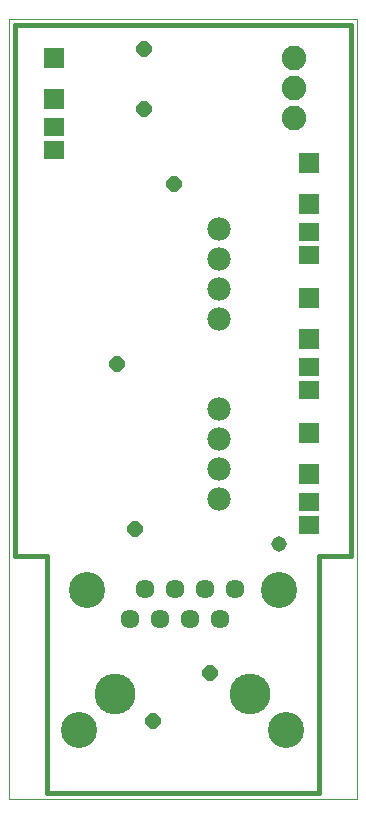
<source format=gts>
G75*
%MOIN*%
%OFA0B0*%
%FSLAX25Y25*%
%IPPOS*%
%LPD*%
%AMOC8*
5,1,8,0,0,1.08239X$1,22.5*
%
%ADD10C,0.00000*%
%ADD11C,0.01600*%
%ADD12C,0.07800*%
%ADD13C,0.06343*%
%ADD14C,0.12020*%
%ADD15C,0.13600*%
%ADD16C,0.08200*%
%ADD17R,0.06706X0.06706*%
%ADD18R,0.07099X0.05918*%
%ADD19C,0.05156*%
%ADD20OC8,0.05156*%
D10*
X0001000Y0001000D02*
X0117142Y0001000D01*
X0117142Y0260843D01*
X0001000Y0260843D01*
X0001000Y0001000D01*
X0030100Y0036000D02*
X0030102Y0036160D01*
X0030108Y0036319D01*
X0030118Y0036478D01*
X0030132Y0036637D01*
X0030150Y0036796D01*
X0030171Y0036954D01*
X0030197Y0037111D01*
X0030227Y0037268D01*
X0030260Y0037424D01*
X0030298Y0037579D01*
X0030339Y0037733D01*
X0030384Y0037886D01*
X0030433Y0038038D01*
X0030486Y0038189D01*
X0030542Y0038338D01*
X0030603Y0038486D01*
X0030666Y0038632D01*
X0030734Y0038777D01*
X0030805Y0038920D01*
X0030879Y0039061D01*
X0030957Y0039200D01*
X0031039Y0039337D01*
X0031124Y0039472D01*
X0031212Y0039605D01*
X0031304Y0039736D01*
X0031398Y0039864D01*
X0031496Y0039990D01*
X0031597Y0040114D01*
X0031701Y0040235D01*
X0031808Y0040353D01*
X0031918Y0040469D01*
X0032031Y0040582D01*
X0032147Y0040692D01*
X0032265Y0040799D01*
X0032386Y0040903D01*
X0032510Y0041004D01*
X0032636Y0041102D01*
X0032764Y0041196D01*
X0032895Y0041288D01*
X0033028Y0041376D01*
X0033163Y0041461D01*
X0033300Y0041543D01*
X0033439Y0041621D01*
X0033580Y0041695D01*
X0033723Y0041766D01*
X0033868Y0041834D01*
X0034014Y0041897D01*
X0034162Y0041958D01*
X0034311Y0042014D01*
X0034462Y0042067D01*
X0034614Y0042116D01*
X0034767Y0042161D01*
X0034921Y0042202D01*
X0035076Y0042240D01*
X0035232Y0042273D01*
X0035389Y0042303D01*
X0035546Y0042329D01*
X0035704Y0042350D01*
X0035863Y0042368D01*
X0036022Y0042382D01*
X0036181Y0042392D01*
X0036340Y0042398D01*
X0036500Y0042400D01*
X0036660Y0042398D01*
X0036819Y0042392D01*
X0036978Y0042382D01*
X0037137Y0042368D01*
X0037296Y0042350D01*
X0037454Y0042329D01*
X0037611Y0042303D01*
X0037768Y0042273D01*
X0037924Y0042240D01*
X0038079Y0042202D01*
X0038233Y0042161D01*
X0038386Y0042116D01*
X0038538Y0042067D01*
X0038689Y0042014D01*
X0038838Y0041958D01*
X0038986Y0041897D01*
X0039132Y0041834D01*
X0039277Y0041766D01*
X0039420Y0041695D01*
X0039561Y0041621D01*
X0039700Y0041543D01*
X0039837Y0041461D01*
X0039972Y0041376D01*
X0040105Y0041288D01*
X0040236Y0041196D01*
X0040364Y0041102D01*
X0040490Y0041004D01*
X0040614Y0040903D01*
X0040735Y0040799D01*
X0040853Y0040692D01*
X0040969Y0040582D01*
X0041082Y0040469D01*
X0041192Y0040353D01*
X0041299Y0040235D01*
X0041403Y0040114D01*
X0041504Y0039990D01*
X0041602Y0039864D01*
X0041696Y0039736D01*
X0041788Y0039605D01*
X0041876Y0039472D01*
X0041961Y0039337D01*
X0042043Y0039200D01*
X0042121Y0039061D01*
X0042195Y0038920D01*
X0042266Y0038777D01*
X0042334Y0038632D01*
X0042397Y0038486D01*
X0042458Y0038338D01*
X0042514Y0038189D01*
X0042567Y0038038D01*
X0042616Y0037886D01*
X0042661Y0037733D01*
X0042702Y0037579D01*
X0042740Y0037424D01*
X0042773Y0037268D01*
X0042803Y0037111D01*
X0042829Y0036954D01*
X0042850Y0036796D01*
X0042868Y0036637D01*
X0042882Y0036478D01*
X0042892Y0036319D01*
X0042898Y0036160D01*
X0042900Y0036000D01*
X0042898Y0035840D01*
X0042892Y0035681D01*
X0042882Y0035522D01*
X0042868Y0035363D01*
X0042850Y0035204D01*
X0042829Y0035046D01*
X0042803Y0034889D01*
X0042773Y0034732D01*
X0042740Y0034576D01*
X0042702Y0034421D01*
X0042661Y0034267D01*
X0042616Y0034114D01*
X0042567Y0033962D01*
X0042514Y0033811D01*
X0042458Y0033662D01*
X0042397Y0033514D01*
X0042334Y0033368D01*
X0042266Y0033223D01*
X0042195Y0033080D01*
X0042121Y0032939D01*
X0042043Y0032800D01*
X0041961Y0032663D01*
X0041876Y0032528D01*
X0041788Y0032395D01*
X0041696Y0032264D01*
X0041602Y0032136D01*
X0041504Y0032010D01*
X0041403Y0031886D01*
X0041299Y0031765D01*
X0041192Y0031647D01*
X0041082Y0031531D01*
X0040969Y0031418D01*
X0040853Y0031308D01*
X0040735Y0031201D01*
X0040614Y0031097D01*
X0040490Y0030996D01*
X0040364Y0030898D01*
X0040236Y0030804D01*
X0040105Y0030712D01*
X0039972Y0030624D01*
X0039837Y0030539D01*
X0039700Y0030457D01*
X0039561Y0030379D01*
X0039420Y0030305D01*
X0039277Y0030234D01*
X0039132Y0030166D01*
X0038986Y0030103D01*
X0038838Y0030042D01*
X0038689Y0029986D01*
X0038538Y0029933D01*
X0038386Y0029884D01*
X0038233Y0029839D01*
X0038079Y0029798D01*
X0037924Y0029760D01*
X0037768Y0029727D01*
X0037611Y0029697D01*
X0037454Y0029671D01*
X0037296Y0029650D01*
X0037137Y0029632D01*
X0036978Y0029618D01*
X0036819Y0029608D01*
X0036660Y0029602D01*
X0036500Y0029600D01*
X0036340Y0029602D01*
X0036181Y0029608D01*
X0036022Y0029618D01*
X0035863Y0029632D01*
X0035704Y0029650D01*
X0035546Y0029671D01*
X0035389Y0029697D01*
X0035232Y0029727D01*
X0035076Y0029760D01*
X0034921Y0029798D01*
X0034767Y0029839D01*
X0034614Y0029884D01*
X0034462Y0029933D01*
X0034311Y0029986D01*
X0034162Y0030042D01*
X0034014Y0030103D01*
X0033868Y0030166D01*
X0033723Y0030234D01*
X0033580Y0030305D01*
X0033439Y0030379D01*
X0033300Y0030457D01*
X0033163Y0030539D01*
X0033028Y0030624D01*
X0032895Y0030712D01*
X0032764Y0030804D01*
X0032636Y0030898D01*
X0032510Y0030996D01*
X0032386Y0031097D01*
X0032265Y0031201D01*
X0032147Y0031308D01*
X0032031Y0031418D01*
X0031918Y0031531D01*
X0031808Y0031647D01*
X0031701Y0031765D01*
X0031597Y0031886D01*
X0031496Y0032010D01*
X0031398Y0032136D01*
X0031304Y0032264D01*
X0031212Y0032395D01*
X0031124Y0032528D01*
X0031039Y0032663D01*
X0030957Y0032800D01*
X0030879Y0032939D01*
X0030805Y0033080D01*
X0030734Y0033223D01*
X0030666Y0033368D01*
X0030603Y0033514D01*
X0030542Y0033662D01*
X0030486Y0033811D01*
X0030433Y0033962D01*
X0030384Y0034114D01*
X0030339Y0034267D01*
X0030298Y0034421D01*
X0030260Y0034576D01*
X0030227Y0034732D01*
X0030197Y0034889D01*
X0030171Y0035046D01*
X0030150Y0035204D01*
X0030132Y0035363D01*
X0030118Y0035522D01*
X0030108Y0035681D01*
X0030102Y0035840D01*
X0030100Y0036000D01*
X0075100Y0036000D02*
X0075102Y0036160D01*
X0075108Y0036319D01*
X0075118Y0036478D01*
X0075132Y0036637D01*
X0075150Y0036796D01*
X0075171Y0036954D01*
X0075197Y0037111D01*
X0075227Y0037268D01*
X0075260Y0037424D01*
X0075298Y0037579D01*
X0075339Y0037733D01*
X0075384Y0037886D01*
X0075433Y0038038D01*
X0075486Y0038189D01*
X0075542Y0038338D01*
X0075603Y0038486D01*
X0075666Y0038632D01*
X0075734Y0038777D01*
X0075805Y0038920D01*
X0075879Y0039061D01*
X0075957Y0039200D01*
X0076039Y0039337D01*
X0076124Y0039472D01*
X0076212Y0039605D01*
X0076304Y0039736D01*
X0076398Y0039864D01*
X0076496Y0039990D01*
X0076597Y0040114D01*
X0076701Y0040235D01*
X0076808Y0040353D01*
X0076918Y0040469D01*
X0077031Y0040582D01*
X0077147Y0040692D01*
X0077265Y0040799D01*
X0077386Y0040903D01*
X0077510Y0041004D01*
X0077636Y0041102D01*
X0077764Y0041196D01*
X0077895Y0041288D01*
X0078028Y0041376D01*
X0078163Y0041461D01*
X0078300Y0041543D01*
X0078439Y0041621D01*
X0078580Y0041695D01*
X0078723Y0041766D01*
X0078868Y0041834D01*
X0079014Y0041897D01*
X0079162Y0041958D01*
X0079311Y0042014D01*
X0079462Y0042067D01*
X0079614Y0042116D01*
X0079767Y0042161D01*
X0079921Y0042202D01*
X0080076Y0042240D01*
X0080232Y0042273D01*
X0080389Y0042303D01*
X0080546Y0042329D01*
X0080704Y0042350D01*
X0080863Y0042368D01*
X0081022Y0042382D01*
X0081181Y0042392D01*
X0081340Y0042398D01*
X0081500Y0042400D01*
X0081660Y0042398D01*
X0081819Y0042392D01*
X0081978Y0042382D01*
X0082137Y0042368D01*
X0082296Y0042350D01*
X0082454Y0042329D01*
X0082611Y0042303D01*
X0082768Y0042273D01*
X0082924Y0042240D01*
X0083079Y0042202D01*
X0083233Y0042161D01*
X0083386Y0042116D01*
X0083538Y0042067D01*
X0083689Y0042014D01*
X0083838Y0041958D01*
X0083986Y0041897D01*
X0084132Y0041834D01*
X0084277Y0041766D01*
X0084420Y0041695D01*
X0084561Y0041621D01*
X0084700Y0041543D01*
X0084837Y0041461D01*
X0084972Y0041376D01*
X0085105Y0041288D01*
X0085236Y0041196D01*
X0085364Y0041102D01*
X0085490Y0041004D01*
X0085614Y0040903D01*
X0085735Y0040799D01*
X0085853Y0040692D01*
X0085969Y0040582D01*
X0086082Y0040469D01*
X0086192Y0040353D01*
X0086299Y0040235D01*
X0086403Y0040114D01*
X0086504Y0039990D01*
X0086602Y0039864D01*
X0086696Y0039736D01*
X0086788Y0039605D01*
X0086876Y0039472D01*
X0086961Y0039337D01*
X0087043Y0039200D01*
X0087121Y0039061D01*
X0087195Y0038920D01*
X0087266Y0038777D01*
X0087334Y0038632D01*
X0087397Y0038486D01*
X0087458Y0038338D01*
X0087514Y0038189D01*
X0087567Y0038038D01*
X0087616Y0037886D01*
X0087661Y0037733D01*
X0087702Y0037579D01*
X0087740Y0037424D01*
X0087773Y0037268D01*
X0087803Y0037111D01*
X0087829Y0036954D01*
X0087850Y0036796D01*
X0087868Y0036637D01*
X0087882Y0036478D01*
X0087892Y0036319D01*
X0087898Y0036160D01*
X0087900Y0036000D01*
X0087898Y0035840D01*
X0087892Y0035681D01*
X0087882Y0035522D01*
X0087868Y0035363D01*
X0087850Y0035204D01*
X0087829Y0035046D01*
X0087803Y0034889D01*
X0087773Y0034732D01*
X0087740Y0034576D01*
X0087702Y0034421D01*
X0087661Y0034267D01*
X0087616Y0034114D01*
X0087567Y0033962D01*
X0087514Y0033811D01*
X0087458Y0033662D01*
X0087397Y0033514D01*
X0087334Y0033368D01*
X0087266Y0033223D01*
X0087195Y0033080D01*
X0087121Y0032939D01*
X0087043Y0032800D01*
X0086961Y0032663D01*
X0086876Y0032528D01*
X0086788Y0032395D01*
X0086696Y0032264D01*
X0086602Y0032136D01*
X0086504Y0032010D01*
X0086403Y0031886D01*
X0086299Y0031765D01*
X0086192Y0031647D01*
X0086082Y0031531D01*
X0085969Y0031418D01*
X0085853Y0031308D01*
X0085735Y0031201D01*
X0085614Y0031097D01*
X0085490Y0030996D01*
X0085364Y0030898D01*
X0085236Y0030804D01*
X0085105Y0030712D01*
X0084972Y0030624D01*
X0084837Y0030539D01*
X0084700Y0030457D01*
X0084561Y0030379D01*
X0084420Y0030305D01*
X0084277Y0030234D01*
X0084132Y0030166D01*
X0083986Y0030103D01*
X0083838Y0030042D01*
X0083689Y0029986D01*
X0083538Y0029933D01*
X0083386Y0029884D01*
X0083233Y0029839D01*
X0083079Y0029798D01*
X0082924Y0029760D01*
X0082768Y0029727D01*
X0082611Y0029697D01*
X0082454Y0029671D01*
X0082296Y0029650D01*
X0082137Y0029632D01*
X0081978Y0029618D01*
X0081819Y0029608D01*
X0081660Y0029602D01*
X0081500Y0029600D01*
X0081340Y0029602D01*
X0081181Y0029608D01*
X0081022Y0029618D01*
X0080863Y0029632D01*
X0080704Y0029650D01*
X0080546Y0029671D01*
X0080389Y0029697D01*
X0080232Y0029727D01*
X0080076Y0029760D01*
X0079921Y0029798D01*
X0079767Y0029839D01*
X0079614Y0029884D01*
X0079462Y0029933D01*
X0079311Y0029986D01*
X0079162Y0030042D01*
X0079014Y0030103D01*
X0078868Y0030166D01*
X0078723Y0030234D01*
X0078580Y0030305D01*
X0078439Y0030379D01*
X0078300Y0030457D01*
X0078163Y0030539D01*
X0078028Y0030624D01*
X0077895Y0030712D01*
X0077764Y0030804D01*
X0077636Y0030898D01*
X0077510Y0030996D01*
X0077386Y0031097D01*
X0077265Y0031201D01*
X0077147Y0031308D01*
X0077031Y0031418D01*
X0076918Y0031531D01*
X0076808Y0031647D01*
X0076701Y0031765D01*
X0076597Y0031886D01*
X0076496Y0032010D01*
X0076398Y0032136D01*
X0076304Y0032264D01*
X0076212Y0032395D01*
X0076124Y0032528D01*
X0076039Y0032663D01*
X0075957Y0032800D01*
X0075879Y0032939D01*
X0075805Y0033080D01*
X0075734Y0033223D01*
X0075666Y0033368D01*
X0075603Y0033514D01*
X0075542Y0033662D01*
X0075486Y0033811D01*
X0075433Y0033962D01*
X0075384Y0034114D01*
X0075339Y0034267D01*
X0075298Y0034421D01*
X0075260Y0034576D01*
X0075227Y0034732D01*
X0075197Y0034889D01*
X0075171Y0035046D01*
X0075150Y0035204D01*
X0075132Y0035363D01*
X0075118Y0035522D01*
X0075108Y0035681D01*
X0075102Y0035840D01*
X0075100Y0036000D01*
D11*
X0104362Y0002969D02*
X0104362Y0081709D01*
X0115173Y0081709D01*
X0115173Y0258874D01*
X0002969Y0258874D01*
X0002969Y0081709D01*
X0013780Y0081709D01*
X0013780Y0002969D01*
X0104362Y0002969D01*
D12*
X0071000Y0101000D03*
X0071000Y0111000D03*
X0071000Y0121000D03*
X0071000Y0131000D03*
X0071000Y0161000D03*
X0071000Y0171000D03*
X0071000Y0181000D03*
X0071000Y0191000D03*
D13*
X0066500Y0071000D03*
X0061500Y0061000D03*
X0056500Y0071000D03*
X0051500Y0061000D03*
X0046500Y0071000D03*
X0041500Y0061000D03*
X0071500Y0061000D03*
X0076500Y0071000D03*
D14*
X0091000Y0070488D03*
X0093500Y0024000D03*
X0027000Y0070488D03*
X0024500Y0024000D03*
D15*
X0036500Y0036000D03*
X0081500Y0036000D03*
D16*
X0096000Y0228000D03*
X0096000Y0238000D03*
X0096000Y0248000D03*
D17*
X0101000Y0212890D03*
X0101000Y0199110D03*
X0101000Y0167890D03*
X0101000Y0154110D03*
X0101000Y0122890D03*
X0101000Y0109110D03*
X0016000Y0234110D03*
X0016000Y0247890D03*
D18*
X0016000Y0224740D03*
X0016000Y0217260D03*
X0101000Y0189740D03*
X0101000Y0182260D03*
X0101000Y0144740D03*
X0101000Y0137260D03*
X0101000Y0099740D03*
X0101000Y0092260D03*
D19*
X0091000Y0086000D03*
D20*
X0068000Y0043000D03*
X0049000Y0027000D03*
X0043000Y0091000D03*
X0037000Y0146000D03*
X0056000Y0206000D03*
X0046000Y0231000D03*
X0046000Y0251000D03*
M02*

</source>
